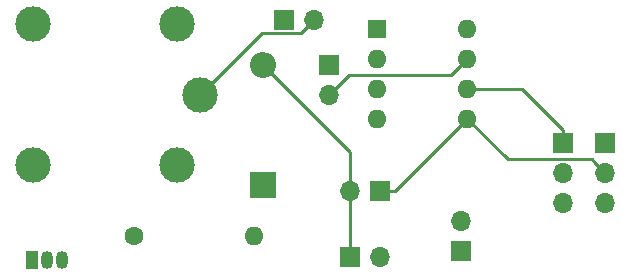
<source format=gbr>
G04 #@! TF.GenerationSoftware,KiCad,Pcbnew,(5.1.2)-2*
G04 #@! TF.CreationDate,2019-08-06T17:03:01+02:00*
G04 #@! TF.ProjectId,fiestaSkipWiringATtiny,66696573-7461-4536-9b69-70576972696e,rev?*
G04 #@! TF.SameCoordinates,Original*
G04 #@! TF.FileFunction,Copper,L2,Bot*
G04 #@! TF.FilePolarity,Positive*
%FSLAX46Y46*%
G04 Gerber Fmt 4.6, Leading zero omitted, Abs format (unit mm)*
G04 Created by KiCad (PCBNEW (5.1.2)-2) date 2019-08-06 17:03:01*
%MOMM*%
%LPD*%
G04 APERTURE LIST*
%ADD10O,1.700000X1.700000*%
%ADD11R,1.700000X1.700000*%
%ADD12R,2.200000X2.200000*%
%ADD13O,2.200000X2.200000*%
%ADD14C,3.000000*%
%ADD15O,1.050000X1.500000*%
%ADD16R,1.050000X1.500000*%
%ADD17C,1.600000*%
%ADD18O,1.600000X1.600000*%
%ADD19R,1.600000X1.600000*%
%ADD20C,0.250000*%
G04 APERTURE END LIST*
D10*
X144500000Y47460000D03*
D11*
X144500000Y50000000D03*
D12*
X138938000Y39878000D03*
D13*
X138938000Y50038000D03*
D11*
X164338000Y43434000D03*
D10*
X164338000Y40894000D03*
X164338000Y38354000D03*
X167894000Y38354000D03*
X167894000Y40894000D03*
D11*
X167894000Y43434000D03*
X146304000Y33782000D03*
D10*
X148844000Y33782000D03*
X146304000Y39370000D03*
D11*
X148844000Y39370000D03*
D10*
X155702000Y36830000D03*
D11*
X155702000Y34290000D03*
X140716000Y53848000D03*
D10*
X143256000Y53848000D03*
D14*
X133604000Y47498000D03*
X131604000Y41498000D03*
X119404000Y41498000D03*
X119404000Y53498000D03*
X131604000Y53498000D03*
D15*
X120650000Y33528000D03*
X121920000Y33528000D03*
D16*
X119380000Y33528000D03*
D17*
X128016000Y35560000D03*
D18*
X138176000Y35560000D03*
D19*
X148590000Y53086000D03*
D18*
X156210000Y45466000D03*
X148590000Y50546000D03*
X156210000Y48006000D03*
X148590000Y48006000D03*
X156210000Y50546000D03*
X148590000Y45466000D03*
X156210000Y53086000D03*
D20*
X146304000Y39370000D02*
X146304000Y33782000D01*
X146304000Y42672000D02*
X138938000Y50038000D01*
X146304000Y39370000D02*
X146304000Y42672000D01*
X164338000Y44534000D02*
X164338000Y43434000D01*
X160866000Y48006000D02*
X164338000Y44534000D01*
X156210000Y48006000D02*
X160866000Y48006000D01*
X146171001Y49131001D02*
X144500000Y47460000D01*
X156210000Y50546000D02*
X154795001Y49131001D01*
X154795001Y49131001D02*
X146171001Y49131001D01*
X150114000Y39370000D02*
X156210000Y45466000D01*
X148844000Y39370000D02*
X150114000Y39370000D01*
X167044001Y41743999D02*
X167894000Y40894000D01*
X166718999Y42069001D02*
X167044001Y41743999D01*
X159606999Y42069001D02*
X166718999Y42069001D01*
X156210000Y45466000D02*
X159606999Y42069001D01*
X142406001Y52998001D02*
X143256000Y53848000D01*
X142080999Y52672999D02*
X142406001Y52998001D01*
X138778999Y52672999D02*
X142080999Y52672999D01*
X133604000Y47498000D02*
X138778999Y52672999D01*
M02*

</source>
